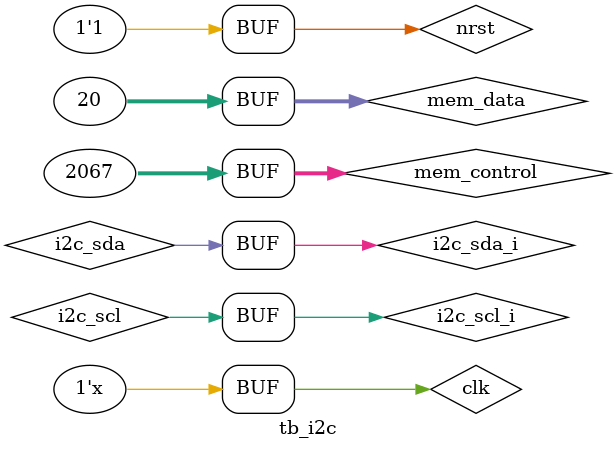
<source format=v>
`timescale 1ns / 1ps


module tb_i2c;

	// Inputs
	reg clk;
	reg nrst;
	reg [31:0] mem_data;
	reg [31:0] mem_control;
    
    //Inouts
    wire i2c_sda;
    wire i2c_scl;
    
    //Outputs
  //  wire [31:0] out_cnt;
   // wire [31:0] out_data;
   wire i2c_scl_i;
   wire i2c_sda_i;
    wire i2c_sda_t;
    wire i2c_sda_o;
    wire i2c_scl_t;
    wire i2c_scl_o;
    wire i2c_slave_sda_o;
    wire [31:0] i_data;
    wire [31:0] con_out;
    
    
/*top uut(
    .clk(clk),
    .nrst(nrst),
    .mem_data(mem_data),
    .mem_control(mem_control),
    .i2c_outcontrol(out_cnt),
    .i2c_outdata(out_data),
    .i2c_sda(sda),
    .i2c_scl(scl)
);*/

i2c uut(
    // Inputs
	.clk(clk),
	.nrst(nrst),
	.memory_data(mem_data),
	.memory_control(mem_control),
	
	// Tri-state I2C Pins
	// inout i2c_scl_pin,
	// inout i2c_sda_pin
	.i2c_scl_i(i2c_scl_i),
	.i2c_scl_o(i2c_scl_o),
	.i2c_scl_t(i2c_scl_t),
	.i2c_sda_i(i2c_sda_i),
	.i2c_sda_o(i2c_sda_o),
	.i2c_sda_t(i2c_sda_t),
	.i2c_slave_sda_o(i2c_slave_sda_o),
	
	.i_dat(i_data),
	.con_out(con_out)
);

always begin
    #10 clk=~clk;
   // #10 scl=~scl;
end

assign i2c_scl = i2c_scl_t ? 1'bz : i2c_scl_o;	//tri state buffer -> for i2c, SDA and SCL can never be active high
assign i2c_scl_i = i2c_scl;
	
assign i2c_sda = (i2c_sda_t & i2c_slave_sda_o) ? 1'bz : 0;	//tri-state buffer -> for i2c, SDA and SCL can never be active high
assign i2c_sda_i = i2c_sda;

//assign sda = (wr==1) ? in : 1'bz;
//assign scl = (wr==1) ? in : 1'bz;
     
initial begin
    clk=0;
    nrst=0;
    
    #130 nrst=1;
    mem_data = 32'h11;
    mem_control = {16'd0,16'b0000000000000};
    
    #60
    mem_control = {16'd125, 16'h9};   //set prescale
    
    #60 
    mem_data = 32'h14;
    //mem_control = 32'h29CA;
    mem_control = {17'd0, 4'd1, 7'd1, 4'b0101};   //write 5 bit data to slave address 7'd1
    
    #1780
    mem_control = {17'd0, 4'd1, 7'd1, 4'b0011};   //read 5 bit data from slave address 7'd1
    
    //#30
    //mem_control = 32'h0;
end
        
 
endmodule

</source>
